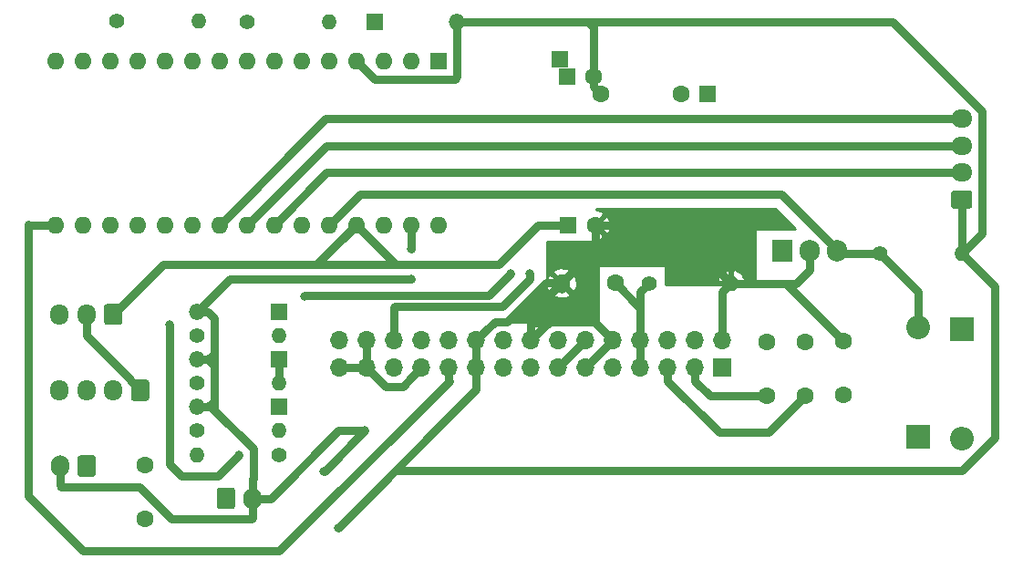
<source format=gbr>
G04 #@! TF.GenerationSoftware,KiCad,Pcbnew,(5.1.6-0-10_14)*
G04 #@! TF.CreationDate,2020-07-17T21:00:32+10:00*
G04 #@! TF.ProjectId,pcb-v2,7063622d-7632-42e6-9b69-6361645f7063,rev?*
G04 #@! TF.SameCoordinates,Original*
G04 #@! TF.FileFunction,Copper,L2,Bot*
G04 #@! TF.FilePolarity,Positive*
%FSLAX46Y46*%
G04 Gerber Fmt 4.6, Leading zero omitted, Abs format (unit mm)*
G04 Created by KiCad (PCBNEW (5.1.6-0-10_14)) date 2020-07-17 21:00:32*
%MOMM*%
%LPD*%
G01*
G04 APERTURE LIST*
G04 #@! TA.AperFunction,ComponentPad*
%ADD10R,1.700000X1.700000*%
G04 #@! TD*
G04 #@! TA.AperFunction,ComponentPad*
%ADD11O,1.700000X1.700000*%
G04 #@! TD*
G04 #@! TA.AperFunction,ComponentPad*
%ADD12C,1.400000*%
G04 #@! TD*
G04 #@! TA.AperFunction,ComponentPad*
%ADD13O,1.400000X1.400000*%
G04 #@! TD*
G04 #@! TA.AperFunction,ComponentPad*
%ADD14C,1.600000*%
G04 #@! TD*
G04 #@! TA.AperFunction,ComponentPad*
%ADD15R,1.600000X1.600000*%
G04 #@! TD*
G04 #@! TA.AperFunction,ComponentPad*
%ADD16R,2.200000X2.200000*%
G04 #@! TD*
G04 #@! TA.AperFunction,ComponentPad*
%ADD17O,2.200000X2.200000*%
G04 #@! TD*
G04 #@! TA.AperFunction,ComponentPad*
%ADD18R,1.500000X1.500000*%
G04 #@! TD*
G04 #@! TA.AperFunction,ComponentPad*
%ADD19O,1.500000X1.500000*%
G04 #@! TD*
G04 #@! TA.AperFunction,ComponentPad*
%ADD20O,1.700000X2.000000*%
G04 #@! TD*
G04 #@! TA.AperFunction,ComponentPad*
%ADD21O,1.600000X1.600000*%
G04 #@! TD*
G04 #@! TA.AperFunction,ComponentPad*
%ADD22O,1.905000X2.000000*%
G04 #@! TD*
G04 #@! TA.AperFunction,ComponentPad*
%ADD23R,1.905000X2.000000*%
G04 #@! TD*
G04 #@! TA.AperFunction,ComponentPad*
%ADD24O,1.700000X1.950000*%
G04 #@! TD*
G04 #@! TA.AperFunction,ComponentPad*
%ADD25O,1.950000X1.700000*%
G04 #@! TD*
G04 #@! TA.AperFunction,ViaPad*
%ADD26C,0.800000*%
G04 #@! TD*
G04 #@! TA.AperFunction,Conductor*
%ADD27C,0.800000*%
G04 #@! TD*
G04 #@! TA.AperFunction,Conductor*
%ADD28C,0.250000*%
G04 #@! TD*
G04 #@! TA.AperFunction,Conductor*
%ADD29C,0.500000*%
G04 #@! TD*
G04 #@! TA.AperFunction,Conductor*
%ADD30C,0.254000*%
G04 #@! TD*
G04 APERTURE END LIST*
D10*
X119964400Y-108400000D03*
D11*
X119964400Y-105860000D03*
X117424400Y-108400000D03*
X117424400Y-105860000D03*
X114884400Y-108400000D03*
X114884400Y-105860000D03*
X112344400Y-108400000D03*
X112344400Y-105860000D03*
X109804400Y-108400000D03*
X109804400Y-105860000D03*
X107264400Y-108400000D03*
X107264400Y-105860000D03*
X104724400Y-108400000D03*
X104724400Y-105860000D03*
X102184400Y-108400000D03*
X102184400Y-105860000D03*
X99644400Y-108400000D03*
X99644400Y-105860000D03*
X97104400Y-108400000D03*
X97104400Y-105860000D03*
X94564400Y-108400000D03*
X94564400Y-105860000D03*
X92024400Y-108400000D03*
X92024400Y-105860000D03*
X89484400Y-108400000D03*
X89484400Y-105860000D03*
X86944400Y-108400000D03*
X86944400Y-105860000D03*
X84404400Y-108400000D03*
X84404400Y-105860000D03*
D12*
X75844400Y-76250800D03*
D13*
X83464400Y-76250800D03*
D14*
X124104400Y-110998000D03*
X124104400Y-105998000D03*
D15*
X105511600Y-81381600D03*
D14*
X108011600Y-81381600D03*
D15*
X104840663Y-79781600D03*
D14*
X108682537Y-82981600D03*
D15*
X105638600Y-95148400D03*
D14*
X108138600Y-95148400D03*
X127660400Y-110998000D03*
X127660400Y-105998000D03*
X105029000Y-100533200D03*
X110029000Y-100533200D03*
X131191000Y-110918000D03*
X131191000Y-105918000D03*
D16*
X142189200Y-104825800D03*
D17*
X142189200Y-114985800D03*
X138125200Y-104673400D03*
D16*
X138125200Y-114833400D03*
D18*
X87706200Y-76301600D03*
D19*
X95326200Y-76301600D03*
X71140000Y-112048400D03*
D18*
X78760000Y-112048400D03*
X78760000Y-107648400D03*
D19*
X71140000Y-107648400D03*
X71140000Y-103248400D03*
D18*
X78760000Y-103248400D03*
D20*
X58434600Y-117525800D03*
G04 #@! TA.AperFunction,ComponentPad*
G36*
G01*
X61784600Y-116775800D02*
X61784600Y-118275800D01*
G75*
G02*
X61534600Y-118525800I-250000J0D01*
G01*
X60334600Y-118525800D01*
G75*
G02*
X60084600Y-118275800I0J250000D01*
G01*
X60084600Y-116775800D01*
G75*
G02*
X60334600Y-116525800I250000J0D01*
G01*
X61534600Y-116525800D01*
G75*
G02*
X61784600Y-116775800I0J-250000D01*
G01*
G37*
G04 #@! TD.AperFunction*
D14*
X66344800Y-122453400D03*
X66344800Y-117453400D03*
D15*
X93584400Y-79900000D03*
D21*
X60564400Y-95140000D03*
X91044400Y-79900000D03*
X63104400Y-95140000D03*
X88504400Y-79900000D03*
X65644400Y-95140000D03*
X85964400Y-79900000D03*
X68184400Y-95140000D03*
X83424400Y-79900000D03*
X70724400Y-95140000D03*
X80884400Y-79900000D03*
X73264400Y-95140000D03*
X78344400Y-79900000D03*
X75804400Y-95140000D03*
X75804400Y-79900000D03*
X78344400Y-95140000D03*
X73264400Y-79900000D03*
X80884400Y-95140000D03*
X70724400Y-79900000D03*
X83424400Y-95140000D03*
X68184400Y-79900000D03*
X85964400Y-95140000D03*
X65644400Y-79900000D03*
X88504400Y-95140000D03*
X63104400Y-79900000D03*
X91044400Y-95140000D03*
X60564400Y-79900000D03*
X93584400Y-95140000D03*
X58024400Y-79900000D03*
X58024400Y-95140000D03*
D13*
X71170800Y-116459000D03*
D12*
X78790800Y-116459000D03*
X63754000Y-76225400D03*
D13*
X71374000Y-76225400D03*
X78780000Y-105448400D03*
D12*
X71160000Y-105448400D03*
X71160000Y-109848400D03*
D13*
X78780000Y-109848400D03*
X142189200Y-97790000D03*
D12*
X134569200Y-97790000D03*
D13*
X78780000Y-114248400D03*
D12*
X71160000Y-114248400D03*
X113157000Y-100558600D03*
D13*
X120777000Y-100558600D03*
D22*
X130581400Y-97536000D03*
X128041400Y-97536000D03*
D23*
X125501400Y-97536000D03*
G04 #@! TA.AperFunction,ComponentPad*
G36*
G01*
X64248400Y-102729200D02*
X64248400Y-104179200D01*
G75*
G02*
X63998400Y-104429200I-250000J0D01*
G01*
X62798400Y-104429200D01*
G75*
G02*
X62548400Y-104179200I0J250000D01*
G01*
X62548400Y-102729200D01*
G75*
G02*
X62798400Y-102479200I250000J0D01*
G01*
X63998400Y-102479200D01*
G75*
G02*
X64248400Y-102729200I0J-250000D01*
G01*
G37*
G04 #@! TD.AperFunction*
D24*
X60898400Y-103454200D03*
X58398400Y-103454200D03*
G04 #@! TA.AperFunction,ComponentPad*
G36*
G01*
X66737600Y-109765000D02*
X66737600Y-111215000D01*
G75*
G02*
X66487600Y-111465000I-250000J0D01*
G01*
X65287600Y-111465000D01*
G75*
G02*
X65037600Y-111215000I0J250000D01*
G01*
X65037600Y-109765000D01*
G75*
G02*
X65287600Y-109515000I250000J0D01*
G01*
X66487600Y-109515000D01*
G75*
G02*
X66737600Y-109765000I0J-250000D01*
G01*
G37*
G04 #@! TD.AperFunction*
X63387600Y-110490000D03*
X60887600Y-110490000D03*
X58387600Y-110490000D03*
D25*
X142189200Y-85286200D03*
X142189200Y-87786200D03*
X142189200Y-90286200D03*
G04 #@! TA.AperFunction,ComponentPad*
G36*
G01*
X142914200Y-93636200D02*
X141464200Y-93636200D01*
G75*
G02*
X141214200Y-93386200I0J250000D01*
G01*
X141214200Y-92186200D01*
G75*
G02*
X141464200Y-91936200I250000J0D01*
G01*
X142914200Y-91936200D01*
G75*
G02*
X143164200Y-92186200I0J-250000D01*
G01*
X143164200Y-93386200D01*
G75*
G02*
X142914200Y-93636200I-250000J0D01*
G01*
G37*
G04 #@! TD.AperFunction*
D15*
X118618000Y-82956400D03*
D14*
X116118000Y-82956400D03*
G04 #@! TA.AperFunction,ComponentPad*
G36*
G01*
X73013200Y-121273000D02*
X73013200Y-119773000D01*
G75*
G02*
X73263200Y-119523000I250000J0D01*
G01*
X74463200Y-119523000D01*
G75*
G02*
X74713200Y-119773000I0J-250000D01*
G01*
X74713200Y-121273000D01*
G75*
G02*
X74463200Y-121523000I-250000J0D01*
G01*
X73263200Y-121523000D01*
G75*
G02*
X73013200Y-121273000I0J250000D01*
G01*
G37*
G04 #@! TD.AperFunction*
D20*
X76363200Y-120523000D03*
D26*
X93319600Y-114223800D03*
X84277200Y-123266200D03*
X89687400Y-117957600D03*
X82905600Y-117983000D03*
X86791800Y-114223800D03*
X91044400Y-97328190D03*
X91033600Y-100126800D03*
X123987560Y-94569280D03*
X75082400Y-116484400D03*
X68630800Y-104368600D03*
X100330000Y-99618800D03*
X81153000Y-101777800D03*
X102082600Y-99618800D03*
D27*
X97104400Y-108400000D02*
X97104400Y-105860000D01*
X97104400Y-109602081D02*
X97104200Y-109602281D01*
X97104400Y-108400000D02*
X97104400Y-109602081D01*
X98854401Y-104109999D02*
X97954399Y-105010001D01*
X97954399Y-105010001D02*
X97104400Y-105860000D01*
X99995576Y-104109999D02*
X98854401Y-104109999D01*
X103572375Y-100533200D02*
X99995576Y-104109999D01*
X105029000Y-100533200D02*
X103572375Y-100533200D01*
X64989228Y-109591628D02*
X65887600Y-110490000D01*
X64989228Y-109491741D02*
X64989228Y-109591628D01*
X60898400Y-105400913D02*
X64989228Y-109491741D01*
X60898400Y-103454200D02*
X60898400Y-105400913D01*
X72760001Y-103807741D02*
X72760001Y-107089059D01*
X72200660Y-103248400D02*
X72760001Y-103807741D01*
X72760001Y-107089059D02*
X72200660Y-107648400D01*
X71140000Y-103248400D02*
X72200660Y-103248400D01*
X72200660Y-112048400D02*
X71140000Y-112048400D01*
X72760001Y-111489059D02*
X72200660Y-112048400D01*
X72760001Y-108207741D02*
X72760001Y-111489059D01*
X72200660Y-107648400D02*
X72760001Y-108207741D01*
X71140000Y-107648400D02*
X72200660Y-107648400D01*
X76382408Y-118703792D02*
X76363200Y-118723000D01*
X76363200Y-118723000D02*
X76363200Y-120523000D01*
X76382408Y-115945918D02*
X76382408Y-118703792D01*
X72484890Y-112048400D02*
X76382408Y-115945918D01*
X71140000Y-112048400D02*
X72484890Y-112048400D01*
X84404400Y-108400000D02*
X86944400Y-108400000D01*
X91174401Y-109249999D02*
X92024400Y-108400000D01*
X90274399Y-110150001D02*
X91174401Y-109249999D01*
X88694401Y-110150001D02*
X90274399Y-110150001D01*
X86944400Y-108400000D02*
X88694401Y-110150001D01*
X83032600Y-117983000D02*
X86791800Y-114223800D01*
X82905600Y-117983000D02*
X83032600Y-117983000D01*
X86764399Y-80699999D02*
X85964400Y-79900000D01*
X87664401Y-81600001D02*
X86764399Y-80699999D01*
X95104401Y-81600001D02*
X87664401Y-81600001D01*
X95326200Y-81378202D02*
X95104401Y-81600001D01*
X95326200Y-76301600D02*
X95326200Y-81378202D01*
X95326200Y-76301600D02*
X107518200Y-76301600D01*
X108011600Y-76795000D02*
X108011600Y-81381600D01*
X107518200Y-76301600D02*
X108011600Y-76795000D01*
X108011600Y-82310663D02*
X108682537Y-82981600D01*
X108011600Y-81381600D02*
X108011600Y-82310663D01*
X108138600Y-97423600D02*
X108138600Y-95148400D01*
X105029000Y-100533200D02*
X108138600Y-97423600D01*
X125831600Y-100558600D02*
X131191000Y-105918000D01*
X120777000Y-100558600D02*
X125831600Y-100558600D01*
X119964400Y-101371200D02*
X120777000Y-100558600D01*
X119964400Y-105860000D02*
X119964400Y-101371200D01*
X107264400Y-108400000D02*
X109804400Y-105860000D01*
X103934401Y-104109999D02*
X103034399Y-105010001D01*
X108054399Y-104109999D02*
X103934401Y-104109999D01*
X103034399Y-105010001D02*
X102184400Y-105860000D01*
X109804400Y-105860000D02*
X108054399Y-104109999D01*
X105029000Y-100533200D02*
X105029000Y-101084600D01*
X102184400Y-103377800D02*
X105029000Y-100533200D01*
X102184400Y-105860000D02*
X102184400Y-103377800D01*
X142189200Y-97790000D02*
X142189200Y-92786200D01*
X97104400Y-110439000D02*
X97104400Y-108400000D01*
X84277200Y-123266200D02*
X97104400Y-110439000D01*
X126818800Y-100558600D02*
X128041400Y-99336000D01*
X120777000Y-100558600D02*
X126818800Y-100558600D01*
X128041400Y-99336000D02*
X128041400Y-97536000D01*
X115366800Y-95148400D02*
X120777000Y-100558600D01*
X108138600Y-95148400D02*
X115366800Y-95148400D01*
X108138600Y-104194200D02*
X109804400Y-105860000D01*
X108138600Y-95148400D02*
X108138600Y-104194200D01*
X58534610Y-119425810D02*
X58434600Y-119325800D01*
X65833212Y-119425810D02*
X58534610Y-119425810D01*
X58434600Y-119325800D02*
X58434600Y-117525800D01*
X68830412Y-122423010D02*
X65833212Y-119425810D01*
X76263190Y-122423010D02*
X68830412Y-122423010D01*
X76363200Y-122323000D02*
X76263190Y-122423010D01*
X76363200Y-120523000D02*
X76363200Y-122323000D01*
X84312400Y-114223800D02*
X86791800Y-114223800D01*
X78013200Y-120523000D02*
X84312400Y-114223800D01*
X76363200Y-120523000D02*
X78013200Y-120523000D01*
X86944400Y-108400000D02*
X86944400Y-105860000D01*
X91044400Y-95140000D02*
X91044400Y-97328190D01*
X91044400Y-97328190D02*
X91044400Y-97328190D01*
X74261600Y-100126800D02*
X71140000Y-103248400D01*
X91033600Y-100126800D02*
X74261600Y-100126800D01*
X142177402Y-117957600D02*
X90253085Y-117957600D01*
X90253085Y-117957600D02*
X89687400Y-117957600D01*
X144064210Y-95914990D02*
X144064210Y-84561323D01*
X96386860Y-76301600D02*
X95326200Y-76301600D01*
X144064210Y-84561323D02*
X135804487Y-76301600D01*
X142189200Y-97790000D02*
X144064210Y-95914990D01*
X72760001Y-112323511D02*
X76382408Y-115945918D01*
X72760001Y-103807741D02*
X72760001Y-112323511D01*
X108011600Y-81381600D02*
X108011600Y-76316200D01*
X108011600Y-76316200D02*
X108026200Y-76301600D01*
X108026200Y-76301600D02*
X96386860Y-76301600D01*
X135804487Y-76301600D02*
X108026200Y-76301600D01*
X145221960Y-114843560D02*
X145256701Y-114878301D01*
X145221960Y-100822760D02*
X145221960Y-114843560D01*
X145256701Y-114878301D02*
X142177402Y-117957600D01*
X142189200Y-97790000D02*
X145221960Y-100822760D01*
X108138600Y-95148400D02*
X122036840Y-95148400D01*
X85964400Y-95140000D02*
X89452600Y-98628200D01*
X85964400Y-95140000D02*
X82476200Y-98628200D01*
X85164401Y-95939999D02*
X85964400Y-95140000D01*
X82277610Y-98826790D02*
X85164401Y-95939999D01*
X68025810Y-98826790D02*
X82277610Y-98826790D01*
X63398400Y-103454200D02*
X68025810Y-98826790D01*
X99198008Y-98826790D02*
X102876398Y-95148400D01*
X68025810Y-98826790D02*
X99198008Y-98826790D01*
X102876398Y-95148400D02*
X105638600Y-95148400D01*
X89651190Y-98826790D02*
X99198008Y-98826790D01*
X85964400Y-95140000D02*
X89651190Y-98826790D01*
X122973030Y-110998000D02*
X124104400Y-110998000D01*
X117424400Y-109602081D02*
X118820319Y-110998000D01*
X118820319Y-110998000D02*
X122973030Y-110998000D01*
X117424400Y-108400000D02*
X117424400Y-109602081D01*
X114884400Y-109602081D02*
X114884400Y-108400000D01*
X119658519Y-114376200D02*
X114884400Y-109602081D01*
X124282200Y-114376200D02*
X119658519Y-114376200D01*
X127660400Y-110998000D02*
X124282200Y-114376200D01*
X112344400Y-102848600D02*
X110029000Y-100533200D01*
X112344400Y-105860000D02*
X112344400Y-102848600D01*
X112344400Y-101371200D02*
X113157000Y-100558600D01*
X112344400Y-105860000D02*
X112344400Y-101371200D01*
X112344400Y-105860000D02*
X112344400Y-108400000D01*
X69723000Y-118414800D02*
X73152000Y-118414800D01*
X73152000Y-118414800D02*
X75082400Y-116484400D01*
X75082400Y-116484400D02*
X75082400Y-116484400D01*
X68630800Y-104368600D02*
X68630800Y-104368600D01*
X107264400Y-105860000D02*
X104724400Y-108400000D01*
X68630800Y-117322600D02*
X69723000Y-118414800D01*
X68630800Y-104368600D02*
X68630800Y-117322600D01*
X138125200Y-101346000D02*
X138125200Y-104673400D01*
X134569200Y-97790000D02*
X138125200Y-101346000D01*
D28*
X130835400Y-97790000D02*
X130581400Y-97536000D01*
D27*
X134569200Y-97790000D02*
X130835400Y-97790000D01*
X86311600Y-92252800D02*
X83424400Y-95140000D01*
X125036636Y-92252800D02*
X86311600Y-92252800D01*
D28*
X130581400Y-97536000D02*
X130319836Y-97536000D01*
D27*
X130581400Y-97408656D02*
X125425544Y-92252800D01*
X125425544Y-92252800D02*
X86311600Y-92252800D01*
X130581400Y-97536000D02*
X130581400Y-97408656D01*
X78780000Y-107668400D02*
X78760000Y-107648400D01*
X78780000Y-109848400D02*
X78780000Y-107668400D01*
X55549800Y-120319800D02*
X55549800Y-95097600D01*
X60604400Y-125374400D02*
X55549800Y-120319800D01*
X60604400Y-125425200D02*
X60604400Y-125374400D01*
X78791681Y-125425200D02*
X60604400Y-125425200D01*
X55592200Y-95140000D02*
X58024400Y-95140000D01*
X55549800Y-95097600D02*
X55592200Y-95140000D01*
X94589600Y-109627281D02*
X78791681Y-125425200D01*
X94564400Y-109602081D02*
X94589600Y-109627281D01*
X94564400Y-108400000D02*
X94564400Y-109602081D01*
X98856800Y-101092000D02*
X100330000Y-99618800D01*
X98231210Y-101717590D02*
X81194390Y-101717590D01*
X100330000Y-99618800D02*
X98231210Y-101717590D01*
D28*
X89509600Y-102717600D02*
X89484400Y-102742800D01*
D29*
X99549485Y-102717600D02*
X89509600Y-102717600D01*
X89484400Y-102742800D02*
X89484400Y-105860000D01*
D27*
X89484400Y-105860000D02*
X89484400Y-102819400D01*
X89586200Y-102717600D02*
X99549485Y-102717600D01*
X89484400Y-102819400D02*
X89586200Y-102717600D01*
X102082600Y-100184485D02*
X99549485Y-102717600D01*
X102082600Y-99618800D02*
X102082600Y-100184485D01*
X83118200Y-85286200D02*
X73264400Y-95140000D01*
X142189200Y-85286200D02*
X83118200Y-85286200D01*
X83158200Y-87786200D02*
X75804400Y-95140000D01*
X142189200Y-87786200D02*
X83158200Y-87786200D01*
X83198200Y-90286200D02*
X78344400Y-95140000D01*
X142189200Y-90286200D02*
X83198200Y-90286200D01*
D30*
G36*
X126702500Y-95478600D02*
G01*
X123154440Y-95478600D01*
X123129664Y-95481040D01*
X123105839Y-95488267D01*
X123083883Y-95500003D01*
X123064637Y-95515797D01*
X123048843Y-95535043D01*
X123037107Y-95556999D01*
X123029880Y-95580824D01*
X123027440Y-95605600D01*
X123027440Y-100644960D01*
X114701320Y-100644960D01*
X114701320Y-100225271D01*
X119484284Y-100225271D01*
X119607626Y-100431600D01*
X120650000Y-100431600D01*
X120650000Y-99388399D01*
X120904000Y-99388399D01*
X120904000Y-100431600D01*
X121946374Y-100431600D01*
X122069716Y-100225271D01*
X122037047Y-100117556D01*
X121926792Y-99880208D01*
X121772351Y-99668930D01*
X121579660Y-99491841D01*
X121356123Y-99355747D01*
X121110330Y-99265878D01*
X120904000Y-99388399D01*
X120650000Y-99388399D01*
X120443670Y-99265878D01*
X120197877Y-99355747D01*
X119974340Y-99491841D01*
X119781649Y-99668930D01*
X119627208Y-99880208D01*
X119516953Y-100117556D01*
X119484284Y-100225271D01*
X114701320Y-100225271D01*
X114701320Y-99019360D01*
X114698880Y-98994584D01*
X114691653Y-98970759D01*
X114679917Y-98948803D01*
X114664123Y-98929557D01*
X114644877Y-98913763D01*
X114622921Y-98902027D01*
X114599096Y-98894800D01*
X114574320Y-98892360D01*
X107990640Y-98892360D01*
X107965864Y-98894800D01*
X107942039Y-98902027D01*
X107920083Y-98913763D01*
X107900837Y-98929557D01*
X107885043Y-98948803D01*
X107873307Y-98970759D01*
X107866080Y-98994584D01*
X107863640Y-99019360D01*
X107863640Y-104013000D01*
X103891080Y-104013000D01*
X103866304Y-104015440D01*
X103842479Y-104022667D01*
X103820523Y-104034403D01*
X103799756Y-104051745D01*
X103143008Y-104731337D01*
X102951320Y-104588359D01*
X102688499Y-104463175D01*
X102541290Y-104418524D01*
X102311402Y-104539844D01*
X102311402Y-104375000D01*
X102307808Y-104375000D01*
X102311154Y-104250081D01*
X102309378Y-104225248D01*
X102302792Y-104201238D01*
X102291648Y-104178975D01*
X102276375Y-104159314D01*
X102257560Y-104143010D01*
X102235925Y-104130691D01*
X102212303Y-104122828D01*
X102184200Y-104119680D01*
X100058369Y-104119680D01*
X102723307Y-101525902D01*
X104215903Y-101525902D01*
X104287486Y-101769871D01*
X104542996Y-101890771D01*
X104817184Y-101959500D01*
X105099512Y-101973417D01*
X105379130Y-101931987D01*
X105645292Y-101836803D01*
X105770514Y-101769871D01*
X105842097Y-101525902D01*
X105029000Y-100712805D01*
X104215903Y-101525902D01*
X102723307Y-101525902D01*
X103599120Y-100673476D01*
X103630213Y-100883330D01*
X103725397Y-101149492D01*
X103792329Y-101274714D01*
X104036298Y-101346297D01*
X104849395Y-100533200D01*
X105208605Y-100533200D01*
X106021702Y-101346297D01*
X106265671Y-101274714D01*
X106386571Y-101019204D01*
X106455300Y-100745016D01*
X106469217Y-100462688D01*
X106427787Y-100183070D01*
X106332603Y-99916908D01*
X106265671Y-99791686D01*
X106021702Y-99720103D01*
X105208605Y-100533200D01*
X104849395Y-100533200D01*
X104036298Y-99720103D01*
X103792329Y-99791686D01*
X103677720Y-100033901D01*
X103677720Y-99540498D01*
X104215903Y-99540498D01*
X105029000Y-100353595D01*
X105842097Y-99540498D01*
X105770514Y-99296529D01*
X105515004Y-99175629D01*
X105240816Y-99106900D01*
X104958488Y-99092983D01*
X104678870Y-99134413D01*
X104412708Y-99229597D01*
X104287486Y-99296529D01*
X104215903Y-99540498D01*
X103677720Y-99540498D01*
X103677720Y-96672400D01*
X108137960Y-96672400D01*
X108162736Y-96669960D01*
X108186561Y-96662733D01*
X108208517Y-96650997D01*
X108227763Y-96635203D01*
X108243557Y-96615957D01*
X108255293Y-96594001D01*
X108259176Y-96581199D01*
X108488730Y-96547187D01*
X108754892Y-96452003D01*
X108880114Y-96385071D01*
X108951697Y-96141102D01*
X108246360Y-95435765D01*
X108241539Y-95148400D01*
X108318205Y-95148400D01*
X109131302Y-95961497D01*
X109375271Y-95889914D01*
X109496171Y-95634404D01*
X109564900Y-95360216D01*
X109578817Y-95077888D01*
X109537387Y-94798270D01*
X109442203Y-94532108D01*
X109375271Y-94406886D01*
X109131302Y-94335303D01*
X108318205Y-95148400D01*
X108241539Y-95148400D01*
X108236876Y-94870519D01*
X108951697Y-94155698D01*
X108880114Y-93911729D01*
X108624604Y-93790829D01*
X108350416Y-93722100D01*
X108217497Y-93715548D01*
X108216309Y-93644720D01*
X124859696Y-93644720D01*
X126702500Y-95478600D01*
G37*
X126702500Y-95478600D02*
X123154440Y-95478600D01*
X123129664Y-95481040D01*
X123105839Y-95488267D01*
X123083883Y-95500003D01*
X123064637Y-95515797D01*
X123048843Y-95535043D01*
X123037107Y-95556999D01*
X123029880Y-95580824D01*
X123027440Y-95605600D01*
X123027440Y-100644960D01*
X114701320Y-100644960D01*
X114701320Y-100225271D01*
X119484284Y-100225271D01*
X119607626Y-100431600D01*
X120650000Y-100431600D01*
X120650000Y-99388399D01*
X120904000Y-99388399D01*
X120904000Y-100431600D01*
X121946374Y-100431600D01*
X122069716Y-100225271D01*
X122037047Y-100117556D01*
X121926792Y-99880208D01*
X121772351Y-99668930D01*
X121579660Y-99491841D01*
X121356123Y-99355747D01*
X121110330Y-99265878D01*
X120904000Y-99388399D01*
X120650000Y-99388399D01*
X120443670Y-99265878D01*
X120197877Y-99355747D01*
X119974340Y-99491841D01*
X119781649Y-99668930D01*
X119627208Y-99880208D01*
X119516953Y-100117556D01*
X119484284Y-100225271D01*
X114701320Y-100225271D01*
X114701320Y-99019360D01*
X114698880Y-98994584D01*
X114691653Y-98970759D01*
X114679917Y-98948803D01*
X114664123Y-98929557D01*
X114644877Y-98913763D01*
X114622921Y-98902027D01*
X114599096Y-98894800D01*
X114574320Y-98892360D01*
X107990640Y-98892360D01*
X107965864Y-98894800D01*
X107942039Y-98902027D01*
X107920083Y-98913763D01*
X107900837Y-98929557D01*
X107885043Y-98948803D01*
X107873307Y-98970759D01*
X107866080Y-98994584D01*
X107863640Y-99019360D01*
X107863640Y-104013000D01*
X103891080Y-104013000D01*
X103866304Y-104015440D01*
X103842479Y-104022667D01*
X103820523Y-104034403D01*
X103799756Y-104051745D01*
X103143008Y-104731337D01*
X102951320Y-104588359D01*
X102688499Y-104463175D01*
X102541290Y-104418524D01*
X102311402Y-104539844D01*
X102311402Y-104375000D01*
X102307808Y-104375000D01*
X102311154Y-104250081D01*
X102309378Y-104225248D01*
X102302792Y-104201238D01*
X102291648Y-104178975D01*
X102276375Y-104159314D01*
X102257560Y-104143010D01*
X102235925Y-104130691D01*
X102212303Y-104122828D01*
X102184200Y-104119680D01*
X100058369Y-104119680D01*
X102723307Y-101525902D01*
X104215903Y-101525902D01*
X104287486Y-101769871D01*
X104542996Y-101890771D01*
X104817184Y-101959500D01*
X105099512Y-101973417D01*
X105379130Y-101931987D01*
X105645292Y-101836803D01*
X105770514Y-101769871D01*
X105842097Y-101525902D01*
X105029000Y-100712805D01*
X104215903Y-101525902D01*
X102723307Y-101525902D01*
X103599120Y-100673476D01*
X103630213Y-100883330D01*
X103725397Y-101149492D01*
X103792329Y-101274714D01*
X104036298Y-101346297D01*
X104849395Y-100533200D01*
X105208605Y-100533200D01*
X106021702Y-101346297D01*
X106265671Y-101274714D01*
X106386571Y-101019204D01*
X106455300Y-100745016D01*
X106469217Y-100462688D01*
X106427787Y-100183070D01*
X106332603Y-99916908D01*
X106265671Y-99791686D01*
X106021702Y-99720103D01*
X105208605Y-100533200D01*
X104849395Y-100533200D01*
X104036298Y-99720103D01*
X103792329Y-99791686D01*
X103677720Y-100033901D01*
X103677720Y-99540498D01*
X104215903Y-99540498D01*
X105029000Y-100353595D01*
X105842097Y-99540498D01*
X105770514Y-99296529D01*
X105515004Y-99175629D01*
X105240816Y-99106900D01*
X104958488Y-99092983D01*
X104678870Y-99134413D01*
X104412708Y-99229597D01*
X104287486Y-99296529D01*
X104215903Y-99540498D01*
X103677720Y-99540498D01*
X103677720Y-96672400D01*
X108137960Y-96672400D01*
X108162736Y-96669960D01*
X108186561Y-96662733D01*
X108208517Y-96650997D01*
X108227763Y-96635203D01*
X108243557Y-96615957D01*
X108255293Y-96594001D01*
X108259176Y-96581199D01*
X108488730Y-96547187D01*
X108754892Y-96452003D01*
X108880114Y-96385071D01*
X108951697Y-96141102D01*
X108246360Y-95435765D01*
X108241539Y-95148400D01*
X108318205Y-95148400D01*
X109131302Y-95961497D01*
X109375271Y-95889914D01*
X109496171Y-95634404D01*
X109564900Y-95360216D01*
X109578817Y-95077888D01*
X109537387Y-94798270D01*
X109442203Y-94532108D01*
X109375271Y-94406886D01*
X109131302Y-94335303D01*
X108318205Y-95148400D01*
X108241539Y-95148400D01*
X108236876Y-94870519D01*
X108951697Y-94155698D01*
X108880114Y-93911729D01*
X108624604Y-93790829D01*
X108350416Y-93722100D01*
X108217497Y-93715548D01*
X108216309Y-93644720D01*
X124859696Y-93644720D01*
X126702500Y-95478600D01*
M02*

</source>
